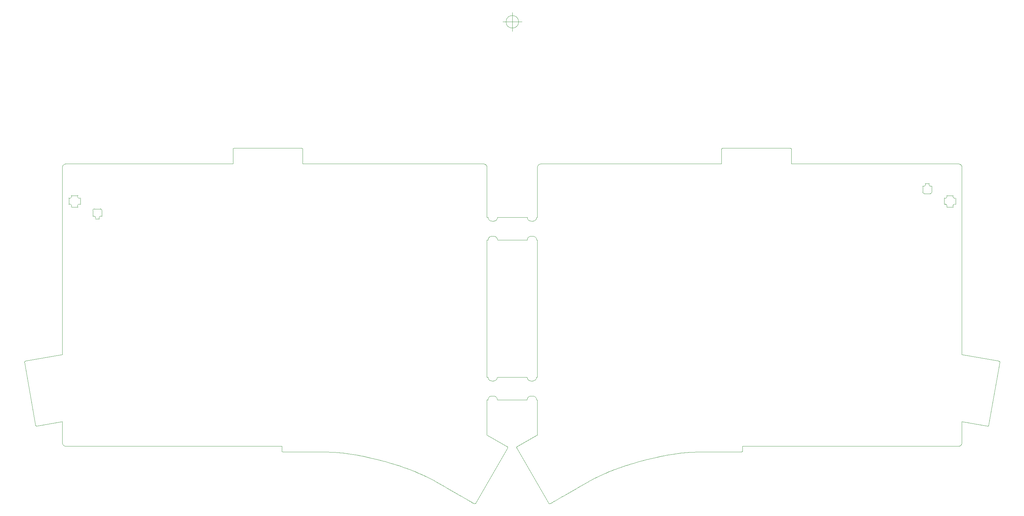
<source format=gm1>
G04 #@! TF.GenerationSoftware,KiCad,Pcbnew,(6.0.6)*
G04 #@! TF.CreationDate,2022-11-10T12:46:59+01:00*
G04 #@! TF.ProjectId,totem_0_3,746f7465-6d5f-4305-9f33-2e6b69636164,0.3*
G04 #@! TF.SameCoordinates,Original*
G04 #@! TF.FileFunction,Profile,NP*
%FSLAX46Y46*%
G04 Gerber Fmt 4.6, Leading zero omitted, Abs format (unit mm)*
G04 Created by KiCad (PCBNEW (6.0.6)) date 2022-11-10 12:46:59*
%MOMM*%
%LPD*%
G01*
G04 APERTURE LIST*
%ADD10C,0.010000*%
G04 #@! TA.AperFunction,Profile*
%ADD11C,0.010000*%
G04 #@! TD*
G04 #@! TA.AperFunction,Profile*
%ADD12C,0.100000*%
G04 #@! TD*
G04 #@! TA.AperFunction,Profile*
%ADD13C,0.080000*%
G04 #@! TD*
G04 #@! TA.AperFunction,Profile*
%ADD14C,0.120000*%
G04 #@! TD*
G04 APERTURE END LIST*
D10*
X148600903Y-124655542D02*
X143266905Y-121575788D01*
X23872776Y-119240412D02*
X30632000Y-118048021D01*
D11*
X153972565Y-69884348D02*
X146077562Y-69884345D01*
D10*
X156617956Y-121575788D02*
X151283958Y-124655542D01*
X75896883Y-45795611D02*
X75896883Y-49655000D01*
X31630362Y-124592044D02*
X88861504Y-124592044D01*
X205502311Y-45795611D02*
X205502311Y-49655000D01*
X94396546Y-49655000D02*
X94396546Y-45795611D01*
X94100214Y-45499278D02*
X76193215Y-45499278D01*
D11*
X156472562Y-69884345D02*
X156625000Y-69884000D01*
X143270414Y-106284351D02*
X143547568Y-106284351D01*
D10*
X76193215Y-45499278D02*
X76178087Y-45499667D01*
X76163144Y-45500823D01*
X76148405Y-45502725D01*
X76133889Y-45505355D01*
X76119617Y-45508692D01*
X76105607Y-45512719D01*
X76091878Y-45517414D01*
X76078451Y-45522760D01*
X76065344Y-45528735D01*
X76052576Y-45535322D01*
X76040168Y-45542501D01*
X76028139Y-45550252D01*
X76016507Y-45558556D01*
X76005293Y-45567393D01*
X75994515Y-45576745D01*
X75984194Y-45586591D01*
X75974347Y-45596913D01*
X75964996Y-45607690D01*
X75956159Y-45618905D01*
X75947855Y-45630537D01*
X75940104Y-45642566D01*
X75932926Y-45654974D01*
X75926339Y-45667742D01*
X75920364Y-45680849D01*
X75915019Y-45694276D01*
X75910323Y-45708005D01*
X75906297Y-45722015D01*
X75902960Y-45736287D01*
X75900330Y-45750802D01*
X75898428Y-45765540D01*
X75897272Y-45780483D01*
X75896883Y-45795611D01*
X184423903Y-128454965D02*
X185237412Y-128240549D01*
X186026150Y-128039530D01*
X186790916Y-127851475D01*
X187532507Y-127675952D01*
X188251723Y-127512530D01*
X188949361Y-127360775D01*
X189626220Y-127220256D01*
X190283099Y-127090541D01*
X190920795Y-126971197D01*
X191540108Y-126861793D01*
X192141835Y-126761895D01*
X192726775Y-126671073D01*
X193295726Y-126588893D01*
X193849488Y-126514925D01*
X194388857Y-126448735D01*
X194914633Y-126389891D01*
X195427613Y-126337962D01*
X195928598Y-126292514D01*
X196418383Y-126253117D01*
X196897769Y-126219338D01*
X197367553Y-126190745D01*
X197828535Y-126166905D01*
X198281511Y-126147386D01*
X198727281Y-126131757D01*
X199166643Y-126119585D01*
X199600396Y-126110438D01*
X200029337Y-126103884D01*
X200454266Y-126099490D01*
X200875980Y-126096825D01*
X201295278Y-126095457D01*
X201712959Y-126094953D01*
X202129821Y-126094881D01*
X160032853Y-139810883D02*
X160132108Y-139753557D01*
X160246260Y-139687639D01*
X160374724Y-139613466D01*
X160516915Y-139531374D01*
X160672247Y-139441702D01*
X160840135Y-139344786D01*
X161019994Y-139240964D01*
X161211239Y-139130572D01*
X161413284Y-139013948D01*
X161625544Y-138891429D01*
X161847435Y-138763352D01*
X162078369Y-138630055D01*
X162317764Y-138491874D01*
X162565032Y-138349147D01*
X162819590Y-138202211D01*
X163080851Y-138051404D01*
X163348231Y-137897061D01*
X163621144Y-137739521D01*
X163899005Y-137579121D01*
X164181229Y-137416197D01*
X164467230Y-137251088D01*
X164756424Y-137084129D01*
X165048225Y-136915660D01*
X165342047Y-136746015D01*
X165637307Y-136575534D01*
X165933417Y-136404553D01*
X166229794Y-136233409D01*
X166525852Y-136062439D01*
X166821005Y-135891980D01*
X167114669Y-135722371D01*
X167406258Y-135553947D01*
X167695187Y-135387047D01*
D11*
X156472565Y-63884348D02*
X156624954Y-63884348D01*
D10*
X279289366Y-102349410D02*
X279291621Y-102334231D01*
X279293106Y-102319134D01*
X279293834Y-102304141D01*
X279293819Y-102289272D01*
X279293075Y-102274548D01*
X279291616Y-102259989D01*
X279289458Y-102245616D01*
X279286613Y-102231450D01*
X279283097Y-102217511D01*
X279278923Y-102203820D01*
X279274106Y-102190398D01*
X279268659Y-102177265D01*
X279262597Y-102164442D01*
X279255935Y-102151950D01*
X279248686Y-102139809D01*
X279240865Y-102128040D01*
X279232485Y-102116664D01*
X279223562Y-102105702D01*
X279214109Y-102095173D01*
X279204141Y-102085100D01*
X279193671Y-102075502D01*
X279182714Y-102066400D01*
X279171284Y-102057814D01*
X279159395Y-102049767D01*
X279147062Y-102042277D01*
X279134299Y-102035366D01*
X279121120Y-102029055D01*
X279107538Y-102023364D01*
X279093570Y-102018313D01*
X279079227Y-102013925D01*
X279064526Y-102010218D01*
X279049480Y-102007215D01*
X143273902Y-63884351D02*
X143273902Y-63840648D01*
X143273902Y-63724996D01*
X143273902Y-63542202D01*
X143273902Y-63297077D01*
X143273902Y-62994430D01*
X143273902Y-62639071D01*
X143273902Y-62235808D01*
X143273902Y-61789452D01*
X143273902Y-61304811D01*
X143273902Y-60786695D01*
X143273902Y-60239915D01*
X143273902Y-59669278D01*
X143273902Y-59079595D01*
X143273902Y-58475674D01*
X143273902Y-57862327D01*
X143273902Y-57244361D01*
X143273902Y-56626587D01*
X143273902Y-56013813D01*
X143273902Y-55410850D01*
X143273902Y-54822506D01*
X143273902Y-54253592D01*
X143273902Y-53708916D01*
X143273902Y-53193288D01*
X143273902Y-52711518D01*
X143273902Y-52268415D01*
X143273902Y-51868788D01*
X143273902Y-51517447D01*
X143273902Y-51219201D01*
X143273902Y-50978861D01*
X143273902Y-50801234D01*
X143273902Y-50691131D01*
X143273902Y-50653362D01*
X143266905Y-121575788D02*
X143266905Y-112280091D01*
D11*
X156442565Y-106284348D02*
X156625000Y-106284348D01*
D10*
X89157836Y-126094881D02*
X89264839Y-126094881D01*
X89387091Y-126094881D01*
X89524110Y-126094881D01*
X89675413Y-126094881D01*
X89840519Y-126094881D01*
X90018946Y-126094881D01*
X90210211Y-126094881D01*
X90413834Y-126094881D01*
X90629332Y-126094881D01*
X90856224Y-126094881D01*
X91094027Y-126094881D01*
X91342259Y-126094881D01*
X91600440Y-126094881D01*
X91868086Y-126094881D01*
X92144716Y-126094881D01*
X92429848Y-126094881D01*
X92723000Y-126094881D01*
X93023691Y-126094881D01*
X93331438Y-126094881D01*
X93645759Y-126094881D01*
X93966173Y-126094881D01*
X94292198Y-126094881D01*
X94623352Y-126094881D01*
X94959153Y-126094881D01*
X95299119Y-126094881D01*
X95642769Y-126094881D01*
X95989620Y-126094881D01*
X96339190Y-126094881D01*
X96690998Y-126094881D01*
X97044561Y-126094881D01*
X97399399Y-126094881D01*
X97755029Y-126094881D01*
X276354252Y-119000525D02*
X279289366Y-102349410D01*
X211023356Y-125798549D02*
X211023356Y-124592044D01*
X151174598Y-125057714D02*
X159630681Y-139701523D01*
X269252855Y-123593688D02*
X269252855Y-118048021D01*
X97755029Y-126094881D02*
X98171891Y-126094953D01*
X98589572Y-126095457D01*
X99008871Y-126096825D01*
X99430586Y-126099490D01*
X99855514Y-126103884D01*
X100284456Y-126110438D01*
X100718209Y-126119585D01*
X101157571Y-126131757D01*
X101603341Y-126147386D01*
X102056317Y-126166905D01*
X102517298Y-126190745D01*
X102987081Y-126219338D01*
X103466467Y-126253117D01*
X103956252Y-126292514D01*
X104457236Y-126337962D01*
X104970216Y-126389891D01*
X105495991Y-126448735D01*
X106035360Y-126514925D01*
X106589121Y-126588893D01*
X107158072Y-126671073D01*
X107743011Y-126761895D01*
X108344738Y-126861793D01*
X108964051Y-126971197D01*
X109601747Y-127090541D01*
X110258626Y-127220256D01*
X110935485Y-127360775D01*
X111633123Y-127512530D01*
X112352339Y-127675952D01*
X113093931Y-127851475D01*
X113858697Y-128039530D01*
X114647436Y-128240549D01*
X115460947Y-128454965D01*
X269252855Y-118048021D02*
X276012068Y-119240412D01*
X223705657Y-45499278D02*
X205798654Y-45499278D01*
X88861504Y-124592044D02*
X88861504Y-125798549D01*
X88861504Y-125798549D02*
X88861883Y-125813676D01*
X88863010Y-125828619D01*
X88864867Y-125843357D01*
X88867436Y-125857872D01*
X88870700Y-125872144D01*
X88874642Y-125886154D01*
X88879244Y-125899883D01*
X88884489Y-125913310D01*
X88890359Y-125926417D01*
X88896837Y-125939184D01*
X88903905Y-125951592D01*
X88911547Y-125963622D01*
X88919743Y-125975254D01*
X88928478Y-125986468D01*
X88937734Y-125997246D01*
X88947493Y-126007568D01*
X88957737Y-126017414D01*
X88968450Y-126026765D01*
X88979614Y-126035603D01*
X88991211Y-126043907D01*
X89003224Y-126051657D01*
X89015635Y-126058836D01*
X89028428Y-126065423D01*
X89041585Y-126071399D01*
X89055087Y-126076744D01*
X89068919Y-126081439D01*
X89083062Y-126085466D01*
X89097498Y-126088803D01*
X89112212Y-126091433D01*
X89127184Y-126093335D01*
X89142398Y-126094491D01*
X89157836Y-126094881D01*
D11*
X143270414Y-69884348D02*
X143270414Y-106284351D01*
D10*
X268261508Y-49655000D02*
X224002000Y-49655000D01*
D11*
X156442562Y-112284345D02*
X156617956Y-112280091D01*
D10*
X205502311Y-49655000D02*
X157623310Y-49655000D01*
X30632000Y-100278606D02*
X20835361Y-102007215D01*
X167695187Y-135387047D02*
X168066413Y-135172731D01*
X168438528Y-134958403D01*
X168812421Y-134744047D01*
X169188980Y-134529651D01*
X169569095Y-134315200D01*
X169953653Y-134100682D01*
X170343545Y-133886082D01*
X170739659Y-133671388D01*
X171142883Y-133456585D01*
X171554107Y-133241660D01*
X171974219Y-133026599D01*
X172404108Y-132811389D01*
X172844664Y-132596016D01*
X173296774Y-132380467D01*
X173761328Y-132164728D01*
X174239214Y-131948786D01*
X174731322Y-131732626D01*
X175238539Y-131516236D01*
X175761756Y-131299602D01*
X176301861Y-131082710D01*
X176859742Y-130865547D01*
X177436289Y-130648099D01*
X178032390Y-130430352D01*
X178648934Y-130212294D01*
X179286810Y-129993910D01*
X179946908Y-129775186D01*
X180630114Y-129556110D01*
X181337320Y-129336668D01*
X182069412Y-129116846D01*
X182827281Y-128896630D01*
X183611815Y-128676008D01*
X184423903Y-128454965D01*
X31630362Y-49655000D02*
X31578768Y-49656302D01*
X31527876Y-49660165D01*
X31477748Y-49666528D01*
X31428444Y-49675326D01*
X31380027Y-49686495D01*
X31332558Y-49699974D01*
X31286097Y-49715697D01*
X31240707Y-49733603D01*
X31196449Y-49753628D01*
X31153384Y-49775708D01*
X31111573Y-49799780D01*
X31071078Y-49825780D01*
X31031960Y-49853647D01*
X30994280Y-49883315D01*
X30958101Y-49914723D01*
X30923483Y-49947806D01*
X30890487Y-49982501D01*
X30859176Y-50018746D01*
X30829609Y-50056476D01*
X30801850Y-50095628D01*
X30775959Y-50136140D01*
X30751997Y-50177947D01*
X30730026Y-50220987D01*
X30710107Y-50265196D01*
X30692302Y-50310511D01*
X30676671Y-50356868D01*
X30663277Y-50404205D01*
X30652181Y-50452458D01*
X30643444Y-50501563D01*
X30637127Y-50551458D01*
X30633292Y-50602078D01*
X30632000Y-50653362D01*
X142275546Y-49655000D02*
X94396546Y-49655000D01*
X23530582Y-119000525D02*
X23533586Y-119015570D01*
X23537293Y-119030271D01*
X23541682Y-119044612D01*
X23546732Y-119058581D01*
X23552423Y-119072161D01*
X23558735Y-119085340D01*
X23565646Y-119098103D01*
X23573135Y-119110436D01*
X23581183Y-119122325D01*
X23589768Y-119133754D01*
X23598870Y-119144711D01*
X23608468Y-119155181D01*
X23618542Y-119165150D01*
X23629070Y-119174603D01*
X23640032Y-119183527D01*
X23651408Y-119191907D01*
X23663176Y-119199728D01*
X23675317Y-119206977D01*
X23687809Y-119213640D01*
X23700631Y-119219702D01*
X23713764Y-119225149D01*
X23727186Y-119229967D01*
X23740877Y-119234141D01*
X23754816Y-119237658D01*
X23768982Y-119240503D01*
X23783355Y-119242662D01*
X23797914Y-119244120D01*
X23812638Y-119244864D01*
X23827507Y-119244880D01*
X23842500Y-119244152D01*
X23857596Y-119242667D01*
X23872776Y-119240412D01*
D12*
X146077565Y-63884348D02*
X153972568Y-63884348D01*
D10*
X269259875Y-100278617D02*
X269259875Y-50653362D01*
D11*
X143273902Y-63884351D02*
X143577568Y-63884351D01*
D10*
X276012068Y-119240412D02*
X276027247Y-119242666D01*
X276042344Y-119244150D01*
X276057338Y-119244877D01*
X276072208Y-119244861D01*
X276086932Y-119244116D01*
X276101492Y-119242657D01*
X276115865Y-119240498D01*
X276130032Y-119237653D01*
X276143971Y-119234136D01*
X276157662Y-119229962D01*
X276171084Y-119225144D01*
X276184217Y-119219697D01*
X276197039Y-119213635D01*
X276209531Y-119206973D01*
X276221671Y-119199724D01*
X276233440Y-119191903D01*
X276244815Y-119183523D01*
X276255777Y-119174600D01*
X276266304Y-119165147D01*
X276276377Y-119155179D01*
X276285975Y-119144709D01*
X276295076Y-119133752D01*
X276303660Y-119122323D01*
X276311707Y-119110435D01*
X276319196Y-119098102D01*
X276326106Y-119085339D01*
X276332416Y-119072161D01*
X276338106Y-119058580D01*
X276343156Y-119044612D01*
X276347543Y-119030271D01*
X276351249Y-119015570D01*
X276354252Y-119000525D01*
X205798654Y-45499278D02*
X205783525Y-45499667D01*
X205768582Y-45500823D01*
X205753842Y-45502725D01*
X205739326Y-45505355D01*
X205725053Y-45508692D01*
X205711042Y-45512719D01*
X205697313Y-45517414D01*
X205683886Y-45522760D01*
X205670778Y-45528735D01*
X205658010Y-45535322D01*
X205645602Y-45542501D01*
X205633572Y-45550252D01*
X205621940Y-45558556D01*
X205610725Y-45567393D01*
X205599947Y-45576745D01*
X205589625Y-45586591D01*
X205579778Y-45596913D01*
X205570426Y-45607690D01*
X205561589Y-45618905D01*
X205553285Y-45630537D01*
X205545534Y-45642566D01*
X205538355Y-45654974D01*
X205531768Y-45667742D01*
X205525793Y-45680849D01*
X205520447Y-45694276D01*
X205515752Y-45708005D01*
X205511725Y-45722015D01*
X205508388Y-45736287D01*
X205505758Y-45750802D01*
X205503856Y-45765540D01*
X205502700Y-45780483D01*
X205502311Y-45795611D01*
X140254179Y-139701523D02*
X148710263Y-125057714D01*
X20835361Y-102007215D02*
X20820315Y-102010218D01*
X20805614Y-102013925D01*
X20791272Y-102018313D01*
X20777304Y-102023364D01*
X20763723Y-102029055D01*
X20750544Y-102035366D01*
X20737781Y-102042277D01*
X20725448Y-102049767D01*
X20713560Y-102057814D01*
X20702130Y-102066400D01*
X20691173Y-102075502D01*
X20680703Y-102085100D01*
X20670735Y-102095173D01*
X20661281Y-102105702D01*
X20652358Y-102116664D01*
X20643979Y-102128040D01*
X20636157Y-102139809D01*
X20628908Y-102151950D01*
X20622245Y-102164442D01*
X20616183Y-102177265D01*
X20610737Y-102190398D01*
X20605919Y-102203820D01*
X20601744Y-102217511D01*
X20598228Y-102231450D01*
X20595383Y-102245616D01*
X20593224Y-102259989D01*
X20591765Y-102274548D01*
X20591020Y-102289272D01*
X20591005Y-102304141D01*
X20591732Y-102319134D01*
X20593216Y-102334231D01*
X20595472Y-102349410D01*
X20595472Y-102349410D02*
X23530582Y-119000525D01*
X75896883Y-49655000D02*
X31630362Y-49655000D01*
D12*
X146047565Y-106284348D02*
X153942568Y-106284348D01*
D10*
X143273902Y-50653362D02*
X143272599Y-50601767D01*
X143268736Y-50550875D01*
X143262373Y-50500747D01*
X143253576Y-50451444D01*
X143242406Y-50403026D01*
X143228928Y-50355557D01*
X143213204Y-50309096D01*
X143195299Y-50263706D01*
X143175275Y-50219448D01*
X143153195Y-50176382D01*
X143129123Y-50134571D01*
X143103122Y-50094076D01*
X143075256Y-50054958D01*
X143045588Y-50017279D01*
X143014181Y-49981100D01*
X142981098Y-49946482D01*
X142946403Y-49913486D01*
X142910159Y-49882175D01*
X142872429Y-49852608D01*
X142833277Y-49824849D01*
X142792765Y-49798958D01*
X142750958Y-49774996D01*
X142707919Y-49753025D01*
X142663710Y-49733106D01*
X142618395Y-49715301D01*
X142572038Y-49699671D01*
X142524702Y-49686277D01*
X142476449Y-49675181D01*
X142427344Y-49666444D01*
X142377449Y-49660127D01*
X142326829Y-49656292D01*
X142275546Y-49655000D01*
X156624954Y-50653362D02*
X156624954Y-63884348D01*
X132189674Y-135387047D02*
X132478592Y-135553946D01*
X132770152Y-135722369D01*
X133063770Y-135891978D01*
X133358863Y-136062436D01*
X133654847Y-136233405D01*
X133951140Y-136404549D01*
X134247157Y-136575530D01*
X134542316Y-136746011D01*
X134836033Y-136915655D01*
X135127724Y-137084125D01*
X135416808Y-137251083D01*
X135702700Y-137416192D01*
X135984816Y-137579116D01*
X136262575Y-137739516D01*
X136535392Y-137897057D01*
X136802684Y-138051399D01*
X137063868Y-138202208D01*
X137318361Y-138349144D01*
X137565579Y-138491871D01*
X137804938Y-138630052D01*
X138035857Y-138763350D01*
X138257750Y-138891427D01*
X138470036Y-139013946D01*
X138672131Y-139130570D01*
X138863451Y-139240963D01*
X139043413Y-139344785D01*
X139211434Y-139441702D01*
X139366931Y-139531374D01*
X139509319Y-139613465D01*
X139638017Y-139687639D01*
X139752441Y-139753557D01*
X139852007Y-139810883D01*
X157623310Y-49655000D02*
X157571715Y-49656302D01*
X157520824Y-49660165D01*
X157470695Y-49666528D01*
X157421392Y-49675326D01*
X157372975Y-49686495D01*
X157325506Y-49699974D01*
X157279045Y-49715697D01*
X157233655Y-49733603D01*
X157189397Y-49753628D01*
X157146332Y-49775708D01*
X157104521Y-49799780D01*
X157064027Y-49825780D01*
X157024909Y-49853647D01*
X156987230Y-49883315D01*
X156951051Y-49914723D01*
X156916433Y-49947806D01*
X156883438Y-49982501D01*
X156852126Y-50018746D01*
X156822561Y-50056476D01*
X156794801Y-50095628D01*
X156768910Y-50136140D01*
X156744949Y-50177947D01*
X156722978Y-50220987D01*
X156703060Y-50265196D01*
X156685255Y-50310511D01*
X156669625Y-50356868D01*
X156656231Y-50404205D01*
X156645135Y-50452458D01*
X156636397Y-50501563D01*
X156630081Y-50551458D01*
X156626245Y-50602078D01*
X156624954Y-50653362D01*
X30632000Y-50653362D02*
X30632000Y-100278606D01*
X210727014Y-126094881D02*
X210742142Y-126094491D01*
X210757085Y-126093335D01*
X210771825Y-126091433D01*
X210786340Y-126088803D01*
X210800613Y-126085466D01*
X210814624Y-126081439D01*
X210828353Y-126076744D01*
X210841781Y-126071399D01*
X210854888Y-126065423D01*
X210867656Y-126058836D01*
X210880065Y-126051657D01*
X210892095Y-126043907D01*
X210903727Y-126035603D01*
X210914941Y-126026765D01*
X210925719Y-126017414D01*
X210936041Y-126007568D01*
X210945888Y-125997246D01*
X210955240Y-125986468D01*
X210964077Y-125975254D01*
X210972381Y-125963622D01*
X210980132Y-125951592D01*
X210987311Y-125939184D01*
X210993898Y-125926417D01*
X210999873Y-125913310D01*
X211005219Y-125899883D01*
X211009914Y-125886154D01*
X211013941Y-125872144D01*
X211017278Y-125857872D01*
X211019908Y-125843357D01*
X211021810Y-125828619D01*
X211022966Y-125813676D01*
X211023356Y-125798549D01*
X156617956Y-112280091D02*
X156617956Y-121575788D01*
X211023356Y-124592044D02*
X268254488Y-124592044D01*
X30632000Y-123593688D02*
X30633302Y-123645282D01*
X30637165Y-123696173D01*
X30643528Y-123746302D01*
X30652326Y-123795605D01*
X30663495Y-123844022D01*
X30676973Y-123891492D01*
X30692697Y-123937952D01*
X30710603Y-123983342D01*
X30730627Y-124027600D01*
X30752707Y-124070665D01*
X30776779Y-124112476D01*
X30802780Y-124152971D01*
X30830646Y-124192088D01*
X30860314Y-124229768D01*
X30891722Y-124265947D01*
X30924805Y-124300565D01*
X30959500Y-124333560D01*
X30995745Y-124364871D01*
X31033475Y-124394437D01*
X31072627Y-124422196D01*
X31113139Y-124448087D01*
X31154946Y-124472048D01*
X31197986Y-124494019D01*
X31242195Y-124513938D01*
X31287510Y-124531742D01*
X31333867Y-124547373D01*
X31381204Y-124560766D01*
X31429457Y-124571862D01*
X31478562Y-124580600D01*
X31528457Y-124586916D01*
X31579078Y-124590752D01*
X31630362Y-124592044D01*
X115460947Y-128454965D02*
X116273035Y-128676008D01*
X117057570Y-128896630D01*
X117815439Y-129116846D01*
X118547533Y-129336668D01*
X119254739Y-129556111D01*
X119937946Y-129775187D01*
X120598044Y-129993911D01*
X121235921Y-130212295D01*
X121852466Y-130430354D01*
X122448567Y-130648101D01*
X123025114Y-130865549D01*
X123582996Y-131082713D01*
X124123101Y-131299605D01*
X124646318Y-131516240D01*
X125153536Y-131732630D01*
X125645644Y-131948790D01*
X126123531Y-132164732D01*
X126588085Y-132380471D01*
X127040195Y-132596020D01*
X127480751Y-132811393D01*
X127910640Y-133026603D01*
X128330753Y-133241664D01*
X128741976Y-133456589D01*
X129145201Y-133671392D01*
X129541315Y-133886086D01*
X129931206Y-134100686D01*
X130315765Y-134315204D01*
X130695880Y-134529654D01*
X131072439Y-134744049D01*
X131446332Y-134958404D01*
X131818447Y-135172732D01*
X132189674Y-135387047D01*
X139852007Y-139810883D02*
X139865345Y-139818108D01*
X139878886Y-139824577D01*
X139892603Y-139830294D01*
X139906473Y-139835268D01*
X139920469Y-139839506D01*
X139934567Y-139843014D01*
X139948741Y-139845800D01*
X139962966Y-139847871D01*
X139977216Y-139849234D01*
X139991468Y-139849896D01*
X140005695Y-139849864D01*
X140019872Y-139849145D01*
X140033975Y-139847747D01*
X140047977Y-139845677D01*
X140061854Y-139842941D01*
X140075580Y-139839547D01*
X140089131Y-139835502D01*
X140102481Y-139830813D01*
X140115605Y-139825487D01*
X140128477Y-139819531D01*
X140141073Y-139812952D01*
X140153368Y-139805758D01*
X140165335Y-139797955D01*
X140176951Y-139789551D01*
X140188189Y-139780553D01*
X140199025Y-139770967D01*
X140209433Y-139760802D01*
X140219389Y-139750063D01*
X140228866Y-139738759D01*
X140237840Y-139726896D01*
X140246286Y-139714482D01*
X140254179Y-139701523D01*
D11*
X143547565Y-112284348D02*
X143266905Y-112280091D01*
D10*
X151283958Y-124655542D02*
X151270998Y-124663434D01*
X151258584Y-124671880D01*
X151246721Y-124680854D01*
X151235417Y-124690331D01*
X151224678Y-124700286D01*
X151214513Y-124710694D01*
X151204927Y-124721530D01*
X151195929Y-124732768D01*
X151187525Y-124744383D01*
X151179722Y-124756351D01*
X151172528Y-124768645D01*
X151165949Y-124781240D01*
X151159993Y-124794113D01*
X151154667Y-124807236D01*
X151149978Y-124820586D01*
X151145933Y-124834136D01*
X151142539Y-124847862D01*
X151139803Y-124861739D01*
X151137733Y-124875741D01*
X151136335Y-124889843D01*
X151135616Y-124904020D01*
X151135584Y-124918247D01*
X151136246Y-124932499D01*
X151137609Y-124946750D01*
X151139680Y-124960975D01*
X151142466Y-124975149D01*
X151145974Y-124989247D01*
X151150212Y-125003244D01*
X151155186Y-125017114D01*
X151160903Y-125030833D01*
X151167372Y-125044374D01*
X151174598Y-125057714D01*
X279049480Y-102007215D02*
X279056521Y-102007226D01*
D11*
X156625000Y-69884000D02*
X156625000Y-106284348D01*
D10*
X268254488Y-124592044D02*
X268306082Y-124590741D01*
X268356974Y-124586878D01*
X268407102Y-124580515D01*
X268456406Y-124571718D01*
X268504823Y-124560548D01*
X268552293Y-124547070D01*
X268598753Y-124531346D01*
X268644144Y-124513441D01*
X268688402Y-124493417D01*
X268731468Y-124471337D01*
X268773279Y-124447265D01*
X268813774Y-124421265D01*
X268852892Y-124393399D01*
X268890572Y-124363730D01*
X268926752Y-124332323D01*
X268961370Y-124299240D01*
X268994366Y-124264545D01*
X269025677Y-124228301D01*
X269055244Y-124190571D01*
X269083003Y-124151419D01*
X269108895Y-124110908D01*
X269132857Y-124069101D01*
X269154828Y-124026061D01*
X269174747Y-123981852D01*
X269192552Y-123936538D01*
X269208183Y-123890180D01*
X269221577Y-123842844D01*
X269232673Y-123794591D01*
X269241410Y-123745486D01*
X269247727Y-123695592D01*
X269251562Y-123644971D01*
X269252855Y-123593688D01*
X279056521Y-102007226D02*
X269259875Y-100278617D01*
X148710263Y-125057714D02*
X148717488Y-125044375D01*
X148723957Y-125030834D01*
X148729674Y-125017117D01*
X148734648Y-125003247D01*
X148738886Y-124989251D01*
X148742394Y-124975153D01*
X148745180Y-124960979D01*
X148747251Y-124946755D01*
X148748614Y-124932504D01*
X148749276Y-124918252D01*
X148749244Y-124904025D01*
X148748525Y-124889848D01*
X148747127Y-124875746D01*
X148745057Y-124861744D01*
X148742321Y-124847867D01*
X148738927Y-124834140D01*
X148734882Y-124820590D01*
X148730193Y-124807240D01*
X148724867Y-124794116D01*
X148718911Y-124781243D01*
X148712332Y-124768647D01*
X148705138Y-124756353D01*
X148697335Y-124744385D01*
X148688931Y-124732770D01*
X148679933Y-124721531D01*
X148670347Y-124710695D01*
X148660182Y-124700287D01*
X148649443Y-124690332D01*
X148638139Y-124680854D01*
X148626276Y-124671880D01*
X148613862Y-124663434D01*
X148600903Y-124655542D01*
X30632000Y-118048021D02*
X30632000Y-123593688D01*
X159630681Y-139701523D02*
X159638573Y-139714482D01*
X159647019Y-139726896D01*
X159655993Y-139738759D01*
X159665470Y-139750063D01*
X159675425Y-139760802D01*
X159685834Y-139770967D01*
X159696669Y-139780553D01*
X159707907Y-139789551D01*
X159719522Y-139797955D01*
X159731490Y-139805758D01*
X159743784Y-139812952D01*
X159756380Y-139819531D01*
X159769252Y-139825487D01*
X159782375Y-139830813D01*
X159795725Y-139835502D01*
X159809276Y-139839547D01*
X159823002Y-139842941D01*
X159836878Y-139845677D01*
X159850880Y-139847747D01*
X159864983Y-139849145D01*
X159879160Y-139849864D01*
X159893387Y-139849896D01*
X159907638Y-139849234D01*
X159921889Y-139847871D01*
X159936114Y-139845800D01*
X159950289Y-139843014D01*
X159964387Y-139839506D01*
X159978383Y-139835268D01*
X159992253Y-139830294D01*
X160005972Y-139824577D01*
X160019513Y-139818108D01*
X160032853Y-139810883D01*
D11*
X143577565Y-69884348D02*
X143270414Y-69884348D01*
D10*
X224002000Y-45795611D02*
X224001610Y-45780483D01*
X224000454Y-45765539D01*
X223998552Y-45750800D01*
X223995922Y-45736285D01*
X223992585Y-45722013D01*
X223988558Y-45708002D01*
X223983863Y-45694274D01*
X223978517Y-45680846D01*
X223972542Y-45667739D01*
X223965955Y-45654972D01*
X223958776Y-45642564D01*
X223951025Y-45630534D01*
X223942721Y-45618902D01*
X223933884Y-45607688D01*
X223924532Y-45596910D01*
X223914685Y-45586589D01*
X223904363Y-45576742D01*
X223893585Y-45567391D01*
X223882370Y-45558554D01*
X223870738Y-45550250D01*
X223858708Y-45542499D01*
X223846300Y-45535321D01*
X223833532Y-45528734D01*
X223820425Y-45522759D01*
X223806997Y-45517414D01*
X223793268Y-45512718D01*
X223779257Y-45508692D01*
X223764984Y-45505355D01*
X223750468Y-45502725D01*
X223735728Y-45500823D01*
X223720785Y-45499667D01*
X223705657Y-45499278D01*
X202129821Y-126094881D02*
X202485771Y-126094881D01*
X202840908Y-126094881D01*
X203194751Y-126094881D01*
X203546818Y-126094881D01*
X203896626Y-126094881D01*
X204243694Y-126094881D01*
X204587540Y-126094881D01*
X204927682Y-126094881D01*
X205263638Y-126094881D01*
X205594926Y-126094881D01*
X205921065Y-126094881D01*
X206241573Y-126094881D01*
X206555967Y-126094881D01*
X206863765Y-126094881D01*
X207164487Y-126094881D01*
X207457650Y-126094881D01*
X207742771Y-126094881D01*
X208019370Y-126094881D01*
X208286965Y-126094881D01*
X208545072Y-126094881D01*
X208793212Y-126094881D01*
X209030901Y-126094881D01*
X209257658Y-126094881D01*
X209473001Y-126094881D01*
X209676448Y-126094881D01*
X209867517Y-126094881D01*
X210045727Y-126094881D01*
X210210595Y-126094881D01*
X210361639Y-126094881D01*
X210498379Y-126094881D01*
X210620331Y-126094881D01*
X210727014Y-126094881D01*
X94396546Y-45795611D02*
X94396156Y-45780483D01*
X94395000Y-45765539D01*
X94393098Y-45750800D01*
X94390468Y-45736285D01*
X94387131Y-45722013D01*
X94383104Y-45708002D01*
X94378409Y-45694274D01*
X94373063Y-45680846D01*
X94367088Y-45667739D01*
X94360501Y-45654972D01*
X94353322Y-45642564D01*
X94345571Y-45630534D01*
X94337267Y-45618902D01*
X94328430Y-45607688D01*
X94319079Y-45596910D01*
X94309232Y-45586589D01*
X94298911Y-45576742D01*
X94288133Y-45567391D01*
X94276918Y-45558554D01*
X94265287Y-45550250D01*
X94253257Y-45542499D01*
X94240849Y-45535321D01*
X94228082Y-45528734D01*
X94214975Y-45522759D01*
X94201547Y-45517414D01*
X94187819Y-45512718D01*
X94173809Y-45508692D01*
X94159537Y-45505355D01*
X94145022Y-45502725D01*
X94130283Y-45500823D01*
X94115341Y-45499667D01*
X94100214Y-45499278D01*
D12*
X146047562Y-112284345D02*
X153942565Y-112284348D01*
D10*
X269259875Y-50653362D02*
X269258572Y-50601767D01*
X269254708Y-50550875D01*
X269248346Y-50500747D01*
X269239548Y-50451444D01*
X269228378Y-50403026D01*
X269214900Y-50355557D01*
X269199176Y-50309096D01*
X269181270Y-50263706D01*
X269161245Y-50219448D01*
X269139165Y-50176382D01*
X269115093Y-50134571D01*
X269089092Y-50094076D01*
X269061225Y-50054958D01*
X269031557Y-50017279D01*
X269000149Y-49981100D01*
X268967066Y-49946482D01*
X268932370Y-49913486D01*
X268896125Y-49882175D01*
X268858395Y-49852608D01*
X268819242Y-49824849D01*
X268778730Y-49798958D01*
X268736923Y-49774996D01*
X268693883Y-49753025D01*
X268649674Y-49733106D01*
X268604359Y-49715301D01*
X268558001Y-49699671D01*
X268510664Y-49686277D01*
X268462412Y-49675181D01*
X268413306Y-49666444D01*
X268363412Y-49660127D01*
X268312791Y-49656292D01*
X268261508Y-49655000D01*
X224002000Y-49655000D02*
X224002000Y-45795611D01*
D12*
X151675666Y-12000000D02*
G75*
G03*
X151675666Y-12000000I-1666666J0D01*
G01*
X147509000Y-12000000D02*
X152509000Y-12000000D01*
X150009000Y-9500000D02*
X150009000Y-14500000D01*
D13*
X155442565Y-111284348D02*
X154942565Y-111284348D01*
X154942565Y-107284348D02*
X155442565Y-107284348D01*
X154942562Y-111284351D02*
G75*
G03*
X153942565Y-112284348I-1J-999996D01*
G01*
X153942568Y-106284351D02*
G75*
G03*
X154942565Y-107284348I999996J-1D01*
G01*
X156442562Y-112284345D02*
G75*
G03*
X155442565Y-111284348I-999996J1D01*
G01*
X155442568Y-107284345D02*
G75*
G03*
X156442565Y-106284348I1J999996D01*
G01*
D14*
X260895000Y-57568000D02*
X259244000Y-57568000D01*
X261276000Y-55586800D02*
X261276000Y-57187000D01*
X265263800Y-61124000D02*
X266940200Y-61124000D01*
X258863000Y-57187000D02*
X258863000Y-55586800D01*
X259548800Y-54901000D02*
X260590200Y-54901000D01*
X264578000Y-58761800D02*
X264578000Y-60438200D01*
X267626000Y-58761800D02*
X267626000Y-60438200D01*
X265263800Y-58076000D02*
X266940200Y-58076000D01*
X267626000Y-60438200D02*
G75*
G03*
X266940200Y-61124000I-247750J-438050D01*
G01*
X265263800Y-61124000D02*
G75*
G03*
X264578000Y-60438200I-438047J247753D01*
G01*
X264578000Y-58761800D02*
G75*
G03*
X265263800Y-58076000I247753J438047D01*
G01*
X258863000Y-57187000D02*
G75*
G03*
X259244000Y-57568000I380999J-1D01*
G01*
X266940200Y-58076000D02*
G75*
G03*
X267626000Y-58761800I438047J-247753D01*
G01*
X260590200Y-54901000D02*
G75*
G03*
X261276000Y-55586800I438047J-247753D01*
G01*
X260895000Y-57568000D02*
G75*
G03*
X261276000Y-57187000I1J380999D01*
G01*
X258863000Y-55586800D02*
G75*
G03*
X259548800Y-54901000I247753J438047D01*
G01*
D13*
X144547565Y-107284348D02*
X145047565Y-107284348D01*
X145047565Y-111284348D02*
X144547565Y-111284348D01*
X145047568Y-107284345D02*
G75*
G03*
X146047565Y-106284348I1J999996D01*
G01*
X146047562Y-112284345D02*
G75*
G03*
X145047565Y-111284348I-999996J1D01*
G01*
X144547562Y-111284351D02*
G75*
G03*
X143547565Y-112284348I-1J-999996D01*
G01*
X143547568Y-106284351D02*
G75*
G03*
X144547565Y-107284348I999996J-1D01*
G01*
X154972565Y-64884348D02*
X155472565Y-64884348D01*
X155472565Y-68884348D02*
X154972565Y-68884348D01*
X154972562Y-68884351D02*
G75*
G03*
X153972565Y-69884348I-1J-999996D01*
G01*
X155472568Y-64884345D02*
G75*
G03*
X156472565Y-63884348I1J999996D01*
G01*
X153972568Y-63884351D02*
G75*
G03*
X154972565Y-64884348I999996J-1D01*
G01*
X156472562Y-69884345D02*
G75*
G03*
X155472565Y-68884348I-999996J1D01*
G01*
X144577565Y-64884348D02*
X145077565Y-64884348D01*
X145077565Y-68884348D02*
X144577565Y-68884348D01*
X146077562Y-69884345D02*
G75*
G03*
X145077565Y-68884348I-999996J1D01*
G01*
X145077568Y-64884345D02*
G75*
G03*
X146077565Y-63884348I1J999996D01*
G01*
X144577562Y-68884351D02*
G75*
G03*
X143577565Y-69884348I-1J-999996D01*
G01*
X143577568Y-63884351D02*
G75*
G03*
X144577565Y-64884348I999996J-1D01*
G01*
D14*
X40451200Y-64299000D02*
X39409800Y-64299000D01*
X38724000Y-63613200D02*
X38724000Y-62013000D01*
X34736200Y-58076000D02*
X33059800Y-58076000D01*
X32374000Y-60438200D02*
X32374000Y-58761800D01*
X34736200Y-61124000D02*
X33059800Y-61124000D01*
X39105000Y-61632000D02*
X40756000Y-61632000D01*
X41137000Y-62013000D02*
X41137000Y-63613200D01*
X35422000Y-60438200D02*
X35422000Y-58761800D01*
X39105000Y-61632000D02*
G75*
G03*
X38724000Y-62013000I-1J-380999D01*
G01*
X39409800Y-64299000D02*
G75*
G03*
X38724000Y-63613200I-438047J247753D01*
G01*
X33059800Y-61124000D02*
G75*
G03*
X32374000Y-60438200I-438047J247753D01*
G01*
X35422000Y-60438200D02*
G75*
G03*
X34736200Y-61124000I-247753J-438047D01*
G01*
X41137000Y-63613200D02*
G75*
G03*
X40451200Y-64299000I-247753J-438047D01*
G01*
X41137000Y-62013000D02*
G75*
G03*
X40756000Y-61632000I-380999J1D01*
G01*
X34736200Y-58076000D02*
G75*
G03*
X35422000Y-58761800I438047J-247753D01*
G01*
X32374000Y-58761800D02*
G75*
G03*
X33059800Y-58076000I247750J438050D01*
G01*
M02*

</source>
